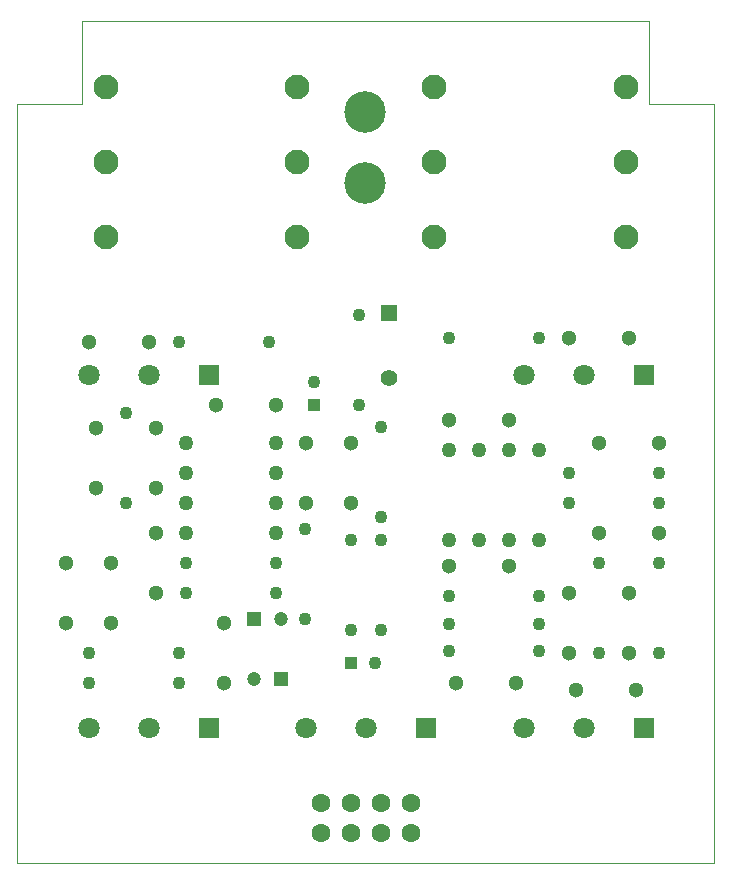
<source format=gts>
G75*
%MOIN*%
%OFA0B0*%
%FSLAX25Y25*%
%IPPOS*%
%LPD*%
%AMOC8*
5,1,8,0,0,1.08239X$1,22.5*
%
%ADD10C,0.08268*%
%ADD11C,0.05512*%
%ADD12R,0.05512X0.05512*%
%ADD13R,0.07087X0.07087*%
%ADD14C,0.07087*%
%ADD15R,0.04331X0.04331*%
%ADD16C,0.04331*%
%ADD17C,0.13843*%
%ADD18C,0.06299*%
%ADD19C,0.05118*%
%ADD20C,0.00000*%
%ADD21C,0.05000*%
%ADD22C,0.04724*%
%ADD23R,0.04724X0.04724*%
D10*
X0034425Y0215413D03*
X0034425Y0240413D03*
X0034425Y0265413D03*
X0098323Y0265413D03*
X0098323Y0240413D03*
X0098323Y0215413D03*
X0143801Y0215350D03*
X0143801Y0240350D03*
X0143801Y0265350D03*
X0207699Y0265350D03*
X0207699Y0240350D03*
X0207699Y0215350D03*
D11*
X0128750Y0168100D03*
D12*
X0128750Y0189850D03*
D13*
X0068750Y0169163D03*
X0068750Y0051663D03*
X0141250Y0051663D03*
X0213750Y0051663D03*
X0213750Y0169163D03*
D14*
X0193750Y0169163D03*
X0173750Y0169163D03*
X0173750Y0051663D03*
X0193750Y0051663D03*
X0121250Y0051663D03*
X0101250Y0051663D03*
X0048750Y0051663D03*
X0028750Y0051663D03*
X0028750Y0169163D03*
X0048750Y0169163D03*
D15*
X0103750Y0159160D03*
X0116310Y0073350D03*
D16*
X0124190Y0073350D03*
X0126250Y0084100D03*
X0116250Y0084100D03*
X0101000Y0087850D03*
X0091250Y0096600D03*
X0091250Y0106600D03*
X0101000Y0117850D03*
X0116250Y0114100D03*
X0126250Y0114100D03*
X0126250Y0121850D03*
X0148750Y0095600D03*
X0148750Y0086350D03*
X0148750Y0077100D03*
X0178750Y0077100D03*
X0178750Y0086350D03*
X0178750Y0095600D03*
X0198750Y0106600D03*
X0188750Y0126600D03*
X0188750Y0136600D03*
X0218750Y0136600D03*
X0218750Y0126600D03*
X0218750Y0106600D03*
X0218750Y0076600D03*
X0198750Y0076600D03*
X0126250Y0151850D03*
X0118750Y0159100D03*
X0103750Y0167040D03*
X0088750Y0180350D03*
X0058750Y0180350D03*
X0041250Y0156600D03*
X0041250Y0126600D03*
X0061250Y0106600D03*
X0061250Y0096600D03*
X0058750Y0076600D03*
X0058750Y0066600D03*
X0028750Y0066600D03*
X0028750Y0076600D03*
X0118750Y0189100D03*
X0148750Y0181600D03*
X0178750Y0181600D03*
D17*
X0121000Y0233163D03*
X0121000Y0256785D03*
D18*
X0116250Y0026600D03*
X0116250Y0016600D03*
X0106250Y0016600D03*
X0106250Y0026600D03*
X0126250Y0026600D03*
X0126250Y0016600D03*
X0136250Y0016600D03*
X0136250Y0026600D03*
D19*
X0151250Y0066600D03*
X0171250Y0066600D03*
X0188750Y0076600D03*
X0191250Y0064100D03*
X0208750Y0076600D03*
X0211250Y0064100D03*
X0208750Y0096600D03*
X0198750Y0116600D03*
X0188750Y0096600D03*
X0168750Y0105600D03*
X0148750Y0105600D03*
X0116250Y0126600D03*
X0101250Y0126600D03*
X0101250Y0146600D03*
X0091250Y0159100D03*
X0071250Y0159100D03*
X0051250Y0151600D03*
X0051250Y0131600D03*
X0051250Y0116600D03*
X0036250Y0106600D03*
X0051250Y0096600D03*
X0036250Y0086600D03*
X0021250Y0086600D03*
X0021250Y0106600D03*
X0031250Y0131600D03*
X0031250Y0151600D03*
X0028750Y0180350D03*
X0048750Y0180350D03*
X0116250Y0146600D03*
X0148750Y0154100D03*
X0168750Y0154100D03*
X0188750Y0181600D03*
X0208750Y0181600D03*
X0198750Y0146600D03*
X0218750Y0146600D03*
X0218750Y0116600D03*
X0073750Y0086600D03*
X0073750Y0066600D03*
D20*
X0005000Y0006600D02*
X0237283Y0006600D01*
X0237283Y0259631D01*
X0215630Y0259631D01*
X0215630Y0287191D01*
X0026654Y0287191D01*
X0026654Y0259631D01*
X0005000Y0259631D01*
X0005000Y0006600D01*
D21*
X0061250Y0116600D03*
X0061250Y0126600D03*
X0061250Y0136600D03*
X0061250Y0146600D03*
X0091250Y0146600D03*
X0091250Y0136600D03*
X0091250Y0126600D03*
X0091250Y0116600D03*
X0148750Y0114100D03*
X0158750Y0114100D03*
X0168750Y0114100D03*
X0178750Y0114100D03*
X0178750Y0144100D03*
X0168750Y0144100D03*
X0158750Y0144100D03*
X0148750Y0144100D03*
D22*
X0093000Y0087850D03*
X0083750Y0067850D03*
D23*
X0093000Y0067850D03*
X0083750Y0087850D03*
M02*

</source>
